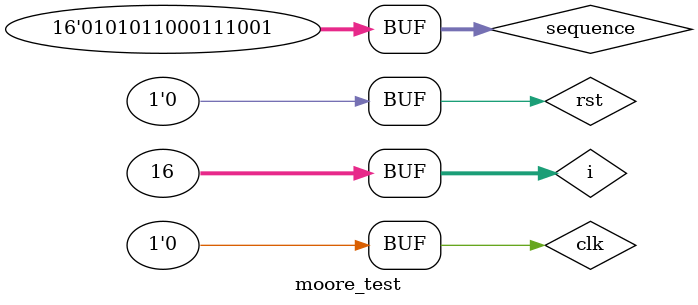
<source format=v>
`timescale 1ns/1ps

module moore_seq_det(clk,rst,in,out);
    input clk, rst, in;
    output reg out;
    reg [2:0] state;

    always@(posedge clk, posedge rst)
    begin
        if(rst)
        begin
            state <= 2'b00;
            out <= 1'b0;
        end

        else
        begin
            case(state)
                3'b000: begin
                    if(in)
                    begin
                        state <= 3'b001;
                        out <= 1'b0;
                    end

                    else
                    begin
                        state <= 3'b000;
                        out <= 1'b0;
                    end
                end
                
                3'b001: begin
                    if(in)
                    begin
                        state <= 3'b001;
                        out <= 1'b0;
                    end

                    else
                    begin
                        state <= 3'b010;
                        out <= 1'b0;
                    end
                end

                3'b010: begin
                    if(in)
                    begin
                        state <= 3'b011;
                        out <= 1'b0;
                    end

                    else
                    begin
                        state <= 3'b000;
                        out <= 1'b0;
                    end
                end

                3'b011: begin
                    if(in)
                    begin
                        state <= 3'b100;
                        out <= 1'b0;
                    end

                    else
                    begin
                        state <= 3'b010;
                        out <= 1'b0;
                    end
                end

                3'b100: begin
                    if(in)
                    begin
                        state <= 3'b001;
                        out <= 1'b0; 
                    end

                    else
                    begin
                        state <= 3'b010;
                        out <= 1'b1; // sequence detected
                    end
                end

                default:begin
                    state <= 3'b000;
                    out <= 1'b0;
                end
            endcase
        end
    end
endmodule

module moore_test;
    reg clk, rst, in;
    wire out;
    reg [15:0] sequence;
    integer i;

    moore_seq_det u1(clk,rst,in,out);

    initial
    begin
        clk = 0;
        rst = 1;
        sequence = 16'b0101_0110_0011_1001;
        #5 rst = 0;

        for(i =15; i >= 0; i = i-1)
        begin
            in = sequence[i];
            #2 clk = 1;
            #2 clk = 0;
            $display("State=",u1.state," input=",in," output=",out);
        end
        testing;
    end

    initial
    begin
        $dumpfile("seq_det.vcd");
        $dumpvars;
    end 

    task testing;
        for(i =0; i <= 15; i = i+1)
        begin
            in = $random % 2;
            #2 clk = 1;
            #2 clk = 0;
            $display("State=",u1.state," input=",in," output=",out);
        end
    endtask  
endmodule
</source>
